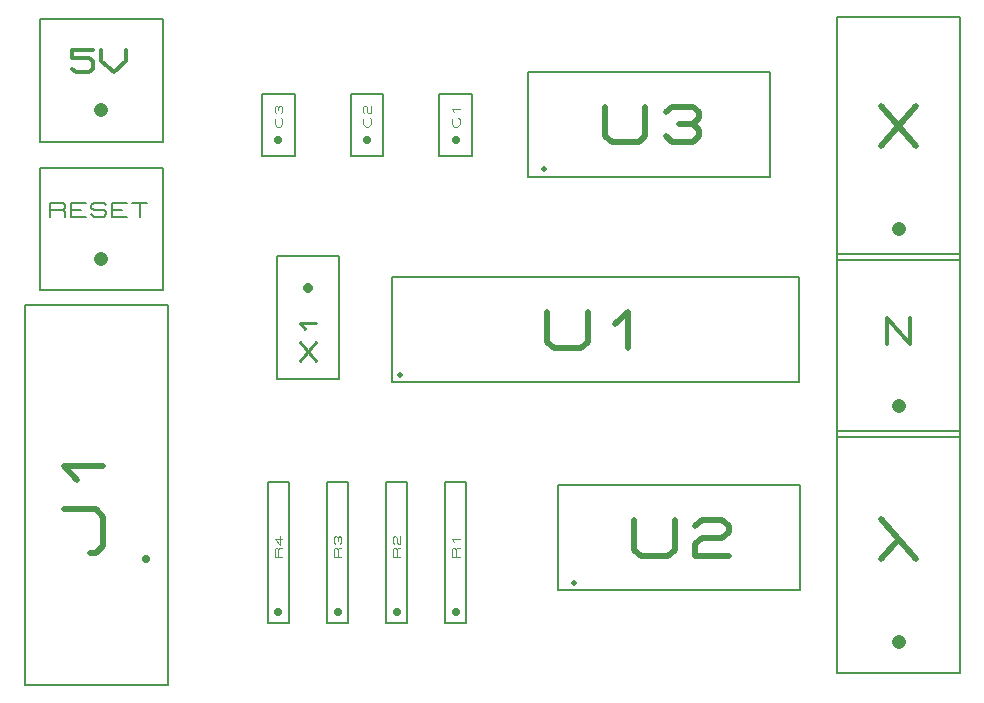
<source format=gbr>
G04 PROTEUS GERBER X2 FILE*
%TF.GenerationSoftware,Labcenter,Proteus,8.12-SP0-Build30713*%
%TF.CreationDate,2022-01-23T14:34:13+00:00*%
%TF.FileFunction,AssemblyDrawing,Top*%
%TF.FilePolarity,Positive*%
%TF.Part,Single*%
%TF.SameCoordinates,{31d8c894-68c1-4210-9226-32e75d25b3a7}*%
%FSLAX45Y45*%
%MOMM*%
G01*
%TA.AperFunction,Material*%
%ADD18C,0.203200*%
%ADD25C,0.508000*%
%ADD26C,0.507080*%
%ADD27C,1.219200*%
%ADD28C,0.314280*%
%ADD29C,0.501220*%
%ADD72C,0.331890*%
%ADD73C,0.711200*%
%ADD30C,0.110230*%
%ADD31C,0.111760*%
%ADD32C,0.549750*%
%ADD33C,0.812800*%
%ADD34C,0.237060*%
%ADD35C,0.192750*%
%TD.AperFunction*%
D18*
X-4539660Y+4198500D02*
X-1090340Y+4198500D01*
X-1090340Y+5087500D01*
X-4539660Y+5087500D01*
X-4539660Y+4198500D01*
D25*
X-4468000Y+4262000D02*
X-4468000Y+4262000D01*
D26*
X-3222846Y+4795126D02*
X-3222846Y+4541583D01*
X-3165799Y+4490875D01*
X-2937611Y+4490875D01*
X-2880564Y+4541583D01*
X-2880564Y+4795126D01*
X-2652376Y+4693709D02*
X-2538282Y+4795126D01*
X-2538282Y+4490875D01*
D18*
X-3137160Y+2436500D02*
X-1084840Y+2436500D01*
X-1084840Y+3325500D01*
X-3137160Y+3325500D01*
X-3137160Y+2436500D01*
D25*
X-3000000Y+2500000D02*
X-3000000Y+2500000D01*
D26*
X-2486096Y+3033126D02*
X-2486096Y+2779583D01*
X-2429049Y+2728875D01*
X-2200861Y+2728875D01*
X-2143814Y+2779583D01*
X-2143814Y+3033126D01*
X-1972673Y+2982417D02*
X-1915626Y+3033126D01*
X-1744485Y+3033126D01*
X-1687438Y+2982417D01*
X-1687438Y+2931709D01*
X-1744485Y+2881000D01*
X-1915626Y+2881000D01*
X-1972673Y+2830292D01*
X-1972673Y+2728875D01*
X-1687438Y+2728875D01*
D18*
X-3387160Y+5936500D02*
X-1334840Y+5936500D01*
X-1334840Y+6825500D01*
X-3387160Y+6825500D01*
X-3387160Y+5936500D01*
D25*
X-3250000Y+6000000D02*
X-3250000Y+6000000D01*
D26*
X-2736096Y+6533126D02*
X-2736096Y+6279583D01*
X-2679049Y+6228875D01*
X-2450861Y+6228875D01*
X-2393814Y+6279583D01*
X-2393814Y+6533126D01*
X-2222673Y+6482417D02*
X-2165626Y+6533126D01*
X-1994485Y+6533126D01*
X-1937438Y+6482417D01*
X-1937438Y+6431709D01*
X-1994485Y+6381000D01*
X-1937438Y+6330292D01*
X-1937438Y+6279583D01*
X-1994485Y+6228875D01*
X-2165626Y+6228875D01*
X-2222673Y+6279583D01*
X-2108579Y+6381000D02*
X-1994485Y+6381000D01*
D18*
X-7518160Y+6235840D02*
X-6481840Y+6235840D01*
X-6481840Y+7272160D01*
X-7518160Y+7272160D01*
X-7518160Y+6235840D01*
D27*
X-7000000Y+6500000D02*
X-7000000Y+6500000D01*
D28*
X-7070714Y+7010844D02*
X-7247497Y+7010844D01*
X-7247497Y+6947988D01*
X-7106070Y+6947988D01*
X-7070714Y+6916560D01*
X-7070714Y+6853703D01*
X-7106070Y+6822275D01*
X-7212140Y+6822275D01*
X-7247497Y+6853703D01*
X-7000000Y+7010844D02*
X-7000000Y+6916560D01*
X-6893931Y+6822275D01*
X-6787861Y+6916560D01*
X-6787861Y+7010844D01*
D18*
X-768160Y+1735840D02*
X+268160Y+1735840D01*
X+268160Y+3788160D01*
X-768160Y+3788160D01*
X-768160Y+1735840D01*
D27*
X-250000Y+2000000D02*
X-250000Y+2000000D01*
D29*
X-400367Y+3037336D02*
X-99632Y+2699009D01*
X-400367Y+2699009D02*
X-250000Y+2868172D01*
D18*
X-768160Y+5235840D02*
X+268160Y+5235840D01*
X+268160Y+7288160D01*
X-768160Y+7288160D01*
X-768160Y+5235840D01*
D27*
X-250000Y+5500000D02*
X-250000Y+5500000D01*
D29*
X-400367Y+6199009D02*
X-99632Y+6537336D01*
X-99632Y+6199009D02*
X-400367Y+6537336D01*
D18*
X-768160Y+3735840D02*
X+268160Y+3735840D01*
X+268160Y+5280160D01*
X-768160Y+5280160D01*
X-768160Y+3735840D01*
D27*
X-250000Y+4000000D02*
X-250000Y+4000000D01*
D72*
X-349568Y+4521209D02*
X-349568Y+4745236D01*
X-150432Y+4521209D01*
X-150432Y+4745236D01*
D18*
X-4088900Y+2161100D02*
X-3911100Y+2161100D01*
X-3911100Y+3354900D01*
X-4088900Y+3354900D01*
X-4088900Y+2161100D01*
D73*
X-4000000Y+2250000D02*
X-4000000Y+2250000D01*
D30*
X-3966929Y+2721018D02*
X-4033070Y+2721018D01*
X-4033070Y+2783025D01*
X-4022047Y+2795427D01*
X-4011023Y+2795427D01*
X-4000000Y+2783025D01*
X-4000000Y+2721018D01*
X-4000000Y+2783025D02*
X-3988976Y+2795427D01*
X-3966929Y+2795427D01*
X-4011023Y+2845033D02*
X-4033070Y+2869836D01*
X-3966929Y+2869836D01*
D18*
X-4588900Y+2161100D02*
X-4411100Y+2161100D01*
X-4411100Y+3354900D01*
X-4588900Y+3354900D01*
X-4588900Y+2161100D01*
D73*
X-4500000Y+2250000D02*
X-4500000Y+2250000D01*
D30*
X-4466929Y+2721018D02*
X-4533070Y+2721018D01*
X-4533070Y+2783025D01*
X-4522047Y+2795427D01*
X-4511023Y+2795427D01*
X-4500000Y+2783025D01*
X-4500000Y+2721018D01*
X-4500000Y+2783025D02*
X-4488976Y+2795427D01*
X-4466929Y+2795427D01*
X-4522047Y+2832631D02*
X-4533070Y+2845033D01*
X-4533070Y+2882237D01*
X-4522047Y+2894639D01*
X-4511023Y+2894639D01*
X-4500000Y+2882237D01*
X-4500000Y+2845033D01*
X-4488976Y+2832631D01*
X-4466929Y+2832631D01*
X-4466929Y+2894639D01*
D18*
X-5088900Y+2161100D02*
X-4911100Y+2161100D01*
X-4911100Y+3354900D01*
X-5088900Y+3354900D01*
X-5088900Y+2161100D01*
D73*
X-5000000Y+2250000D02*
X-5000000Y+2250000D01*
D30*
X-4966929Y+2721018D02*
X-5033070Y+2721018D01*
X-5033070Y+2783025D01*
X-5022047Y+2795427D01*
X-5011023Y+2795427D01*
X-5000000Y+2783025D01*
X-5000000Y+2721018D01*
X-5000000Y+2783025D02*
X-4988976Y+2795427D01*
X-4966929Y+2795427D01*
X-5022047Y+2832631D02*
X-5033070Y+2845033D01*
X-5033070Y+2882237D01*
X-5022047Y+2894639D01*
X-5011023Y+2894639D01*
X-5000000Y+2882237D01*
X-4988976Y+2894639D01*
X-4977952Y+2894639D01*
X-4966929Y+2882237D01*
X-4966929Y+2845033D01*
X-4977952Y+2832631D01*
X-5000000Y+2857434D02*
X-5000000Y+2882237D01*
D18*
X-5588900Y+2161100D02*
X-5411100Y+2161100D01*
X-5411100Y+3354900D01*
X-5588900Y+3354900D01*
X-5588900Y+2161100D01*
D73*
X-5500000Y+2250000D02*
X-5500000Y+2250000D01*
D30*
X-5466929Y+2721018D02*
X-5533070Y+2721018D01*
X-5533070Y+2783025D01*
X-5522047Y+2795427D01*
X-5511023Y+2795427D01*
X-5500000Y+2783025D01*
X-5500000Y+2721018D01*
X-5500000Y+2783025D02*
X-5488976Y+2795427D01*
X-5466929Y+2795427D01*
X-5488976Y+2894639D02*
X-5488976Y+2820230D01*
X-5533070Y+2869836D01*
X-5466929Y+2869836D01*
D18*
X-4137160Y+6112840D02*
X-3862840Y+6112840D01*
X-3862840Y+6641160D01*
X-4137160Y+6641160D01*
X-4137160Y+6112840D01*
D73*
X-4000000Y+6250000D02*
X-4000000Y+6250000D01*
D31*
X-3977648Y+6438214D02*
X-3966472Y+6425641D01*
X-3966472Y+6387922D01*
X-3988824Y+6362776D01*
X-4011176Y+6362776D01*
X-4033528Y+6387922D01*
X-4033528Y+6425641D01*
X-4022352Y+6438214D01*
X-4011176Y+6488506D02*
X-4033528Y+6513652D01*
X-3966472Y+6513652D01*
D18*
X-4887160Y+6112840D02*
X-4612840Y+6112840D01*
X-4612840Y+6641160D01*
X-4887160Y+6641160D01*
X-4887160Y+6112840D01*
D73*
X-4750000Y+6250000D02*
X-4750000Y+6250000D01*
D31*
X-4727648Y+6438214D02*
X-4716472Y+6425641D01*
X-4716472Y+6387922D01*
X-4738824Y+6362776D01*
X-4761176Y+6362776D01*
X-4783528Y+6387922D01*
X-4783528Y+6425641D01*
X-4772352Y+6438214D01*
X-4772352Y+6475933D02*
X-4783528Y+6488506D01*
X-4783528Y+6526225D01*
X-4772352Y+6538798D01*
X-4761176Y+6538798D01*
X-4750000Y+6526225D01*
X-4750000Y+6488506D01*
X-4738824Y+6475933D01*
X-4716472Y+6475933D01*
X-4716472Y+6538798D01*
D18*
X-5637160Y+6112840D02*
X-5362840Y+6112840D01*
X-5362840Y+6641160D01*
X-5637160Y+6641160D01*
X-5637160Y+6112840D01*
D73*
X-5500000Y+6250000D02*
X-5500000Y+6250000D01*
D31*
X-5477648Y+6438214D02*
X-5466472Y+6425641D01*
X-5466472Y+6387922D01*
X-5488824Y+6362776D01*
X-5511176Y+6362776D01*
X-5533528Y+6387922D01*
X-5533528Y+6425641D01*
X-5522352Y+6438214D01*
X-5522352Y+6475933D02*
X-5533528Y+6488506D01*
X-5533528Y+6526225D01*
X-5522352Y+6538798D01*
X-5511176Y+6538798D01*
X-5500000Y+6526225D01*
X-5488824Y+6538798D01*
X-5477648Y+6538798D01*
X-5466472Y+6526225D01*
X-5466472Y+6488506D01*
X-5477648Y+6475933D01*
X-5500000Y+6501079D02*
X-5500000Y+6526225D01*
D18*
X-7649160Y+1634880D02*
X-6432500Y+1634880D01*
X-6432500Y+4855600D01*
X-7649160Y+4855600D01*
X-7649160Y+1634880D01*
D73*
X-6623000Y+2701680D02*
X-6623000Y+2701680D01*
D32*
X-7098884Y+2750459D02*
X-7043909Y+2750459D01*
X-6988933Y+2812306D01*
X-6988933Y+3059697D01*
X-7043909Y+3121544D01*
X-7318787Y+3121544D01*
X-7208836Y+3368935D02*
X-7318787Y+3492630D01*
X-6988933Y+3492630D01*
D18*
X-5514160Y+4227840D02*
X-4985840Y+4227840D01*
X-4985840Y+5264160D01*
X-5514160Y+5264160D01*
X-5514160Y+4227840D01*
D33*
X-5250000Y+5000000D02*
X-5250000Y+5000000D01*
D34*
X-5321119Y+4380241D02*
X-5178880Y+4540260D01*
X-5178880Y+4380241D02*
X-5321119Y+4540260D01*
X-5273706Y+4646939D02*
X-5321119Y+4700279D01*
X-5178880Y+4700279D01*
D18*
X-7518160Y+4977840D02*
X-6481840Y+4977840D01*
X-6481840Y+6014160D01*
X-7518160Y+6014160D01*
X-7518160Y+4977840D01*
D27*
X-7000000Y+5242000D02*
X-7000000Y+5242000D01*
D35*
X-7433687Y+5600735D02*
X-7433687Y+5716385D01*
X-7325266Y+5716385D01*
X-7303581Y+5697110D01*
X-7303581Y+5677835D01*
X-7325266Y+5658560D01*
X-7433687Y+5658560D01*
X-7325266Y+5658560D02*
X-7303581Y+5639285D01*
X-7303581Y+5600735D01*
X-7130106Y+5600735D02*
X-7260212Y+5600735D01*
X-7260212Y+5716385D01*
X-7130106Y+5716385D01*
X-7260212Y+5658560D02*
X-7173475Y+5658560D01*
X-7086737Y+5620010D02*
X-7065053Y+5600735D01*
X-6978316Y+5600735D01*
X-6956631Y+5620010D01*
X-6956631Y+5639285D01*
X-6978316Y+5658560D01*
X-7065053Y+5658560D01*
X-7086737Y+5677835D01*
X-7086737Y+5697110D01*
X-7065053Y+5716385D01*
X-6978316Y+5716385D01*
X-6956631Y+5697110D01*
X-6783156Y+5600735D02*
X-6913262Y+5600735D01*
X-6913262Y+5716385D01*
X-6783156Y+5716385D01*
X-6913262Y+5658560D02*
X-6826525Y+5658560D01*
X-6739787Y+5716385D02*
X-6609681Y+5716385D01*
X-6674734Y+5716385D02*
X-6674734Y+5600735D01*
M02*

</source>
